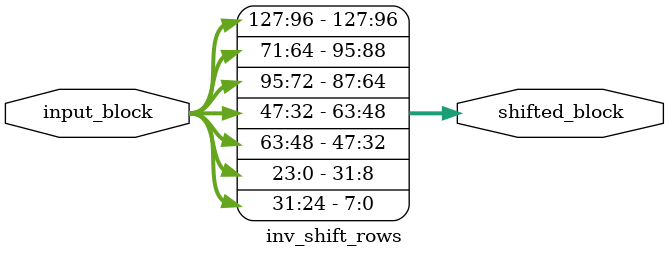
<source format=sv>
module inv_shift_rows
(
  input wire [127:0] input_block,
  output reg [127:0] shifted_block
);

assign shifted_block = {input_block[127:96], input_block[71:64], input_block[95:72], input_block[47:32], input_block[63:48], input_block[23:0], input_block[31:24]};

endmodule


</source>
